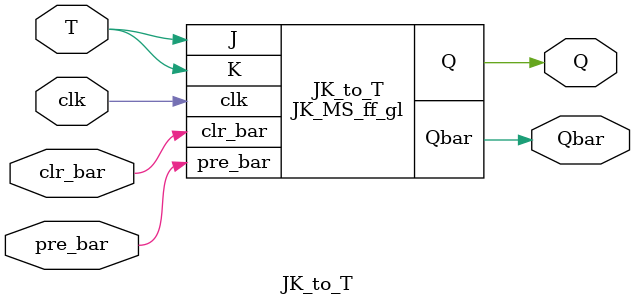
<source format=v>


module JK_MS_ff_gl(J,K,pre_bar,clr_bar,clk,Q,Qbar);

input J,K,clk,clr_bar,pre_bar;
  
output Q,Qbar;
  
wire clk_bar;
  
not inv(clk_bar,clk);
    
wire t1,t2,t3,t4,t5,t6;
  
  nand m1(t1,J,clk,Qbar);
  nand m2(t2,K,clk,Q);
  
  nand m3(t3,t4,t1,pre_bar);
  nand m4(t4,t3,t2,clr_bar);
  
  
  nand s1(t5,t3,clk_bar);
  nand s2(t6,t4,clk_bar);
  
  nand s3(Q,t5,Qbar,pre_bar);
  nand s4(Qbar,t6,Q,clr_bar);
  
  
  
  

  
endmodule
  

module JK_to_T(T,clk,pre_bar,clr_bar,Q,Qbar);
  input T,clk,pre_bar,clr_bar;
  output Q,Qbar;
  
  wire J,K;
  
  
  JK_MS_ff_gl JK_to_T(.J(T),.K(T),.pre_bar(pre_bar),.clr_bar(clr_bar),.clk(clk),.Q(Q),.Qbar(Qbar));
  
  
endmodule

</source>
